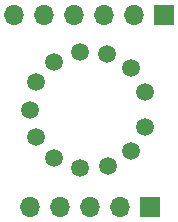
<source format=gbr>
%TF.GenerationSoftware,KiCad,Pcbnew,8.0.3*%
%TF.CreationDate,2024-07-18T23:11:51+02:00*%
%TF.ProjectId,Z570M_patice,5a353730-4d5f-4706-9174-6963652e6b69,rev?*%
%TF.SameCoordinates,Original*%
%TF.FileFunction,Copper,L2,Bot*%
%TF.FilePolarity,Positive*%
%FSLAX46Y46*%
G04 Gerber Fmt 4.6, Leading zero omitted, Abs format (unit mm)*
G04 Created by KiCad (PCBNEW 8.0.3) date 2024-07-18 23:11:51*
%MOMM*%
%LPD*%
G01*
G04 APERTURE LIST*
%TA.AperFunction,ComponentPad*%
%ADD10R,1.700000X1.700000*%
%TD*%
%TA.AperFunction,ComponentPad*%
%ADD11O,1.700000X1.700000*%
%TD*%
%TA.AperFunction,ComponentPad*%
%ADD12C,1.500000*%
%TD*%
G04 APERTURE END LIST*
D10*
%TO.P,J3,1,Pin_1*%
%TO.N,Net-(J3-Pin_1)*%
X160125000Y-108150000D03*
D11*
%TO.P,J3,2,Pin_2*%
%TO.N,Net-(J3-Pin_2)*%
X157585000Y-108150000D03*
%TO.P,J3,3,Pin_3*%
%TO.N,Net-(J3-Pin_3)*%
X155045000Y-108150000D03*
%TO.P,J3,4,Pin_4*%
%TO.N,Net-(J3-Pin_4)*%
X152505000Y-108150000D03*
%TO.P,J3,5,Pin_5*%
%TO.N,Net-(J3-Pin_5)*%
X149965000Y-108150000D03*
%TD*%
D10*
%TO.P,J1,1,Pin_1*%
%TO.N,Net-(J1-Pin_1)*%
X161350000Y-91950000D03*
D11*
%TO.P,J1,2,Pin_2*%
%TO.N,Net-(J1-Pin_2)*%
X158810000Y-91950000D03*
%TO.P,J1,3,Pin_3*%
%TO.N,Net-(J1-Pin_3)*%
X156270000Y-91950000D03*
%TO.P,J1,4,Pin_4*%
%TO.N,Net-(J1-Pin_4)*%
X153730000Y-91950000D03*
%TO.P,J1,5,Pin_5*%
%TO.N,Net-(J1-Pin_5)*%
X151190000Y-91950000D03*
%TO.P,J1,6,Pin_6*%
%TO.N,Net-(J1-Pin_6)*%
X148650000Y-91950000D03*
%TD*%
D12*
%TO.P,U1,1,1*%
%TO.N,Net-(J1-Pin_1)*%
X159690000Y-98430000D03*
%TO.P,U1,2,2*%
%TO.N,Net-(J1-Pin_2)*%
X158530000Y-96410000D03*
%TO.P,U1,3,3*%
%TO.N,Net-(J1-Pin_3)*%
X156500000Y-95210000D03*
%TO.P,U1,4,NC*%
%TO.N,unconnected-(U1-NC-Pad4)*%
X154180000Y-95020000D03*
%TO.P,U1,5,4*%
%TO.N,Net-(J1-Pin_4)*%
X152050000Y-95860000D03*
%TO.P,U1,6,5*%
%TO.N,Net-(J1-Pin_5)*%
X150520000Y-97600000D03*
%TO.P,U1,7,6*%
%TO.N,Net-(J1-Pin_6)*%
X149940639Y-99950000D03*
%TO.P,U1,8,7*%
%TO.N,Net-(J3-Pin_5)*%
X150500000Y-102230000D03*
%TO.P,U1,9,8*%
%TO.N,Net-(J3-Pin_4)*%
X152040000Y-104020000D03*
%TO.P,U1,10,NC*%
%TO.N,unconnected-(U1-NC-Pad10)*%
X154210000Y-104890000D03*
%TO.P,U1,11,9*%
%TO.N,Net-(J3-Pin_3)*%
X156560000Y-104700000D03*
%TO.P,U1,12,0*%
%TO.N,Net-(J3-Pin_2)*%
X158530000Y-103460000D03*
%TO.P,U1,13,Anode*%
%TO.N,Net-(J3-Pin_1)*%
X159740000Y-101420000D03*
%TD*%
M02*

</source>
